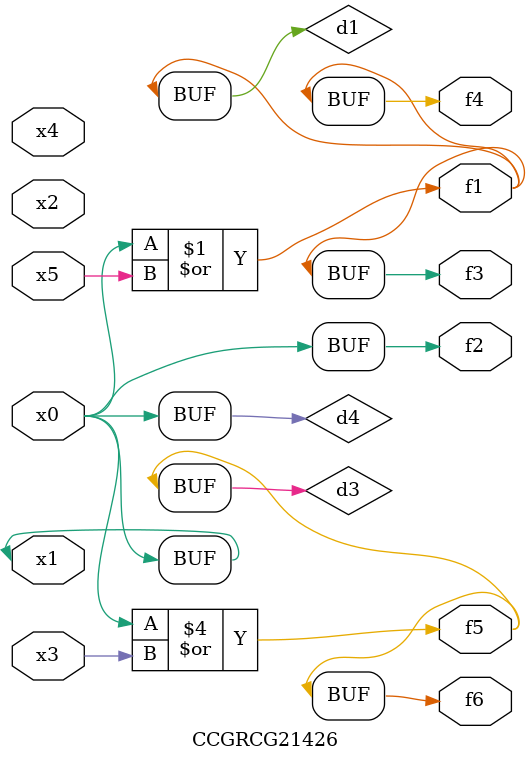
<source format=v>
module CCGRCG21426(
	input x0, x1, x2, x3, x4, x5,
	output f1, f2, f3, f4, f5, f6
);

	wire d1, d2, d3, d4;

	or (d1, x0, x5);
	xnor (d2, x1, x4);
	or (d3, x0, x3);
	buf (d4, x0, x1);
	assign f1 = d1;
	assign f2 = d4;
	assign f3 = d1;
	assign f4 = d1;
	assign f5 = d3;
	assign f6 = d3;
endmodule

</source>
